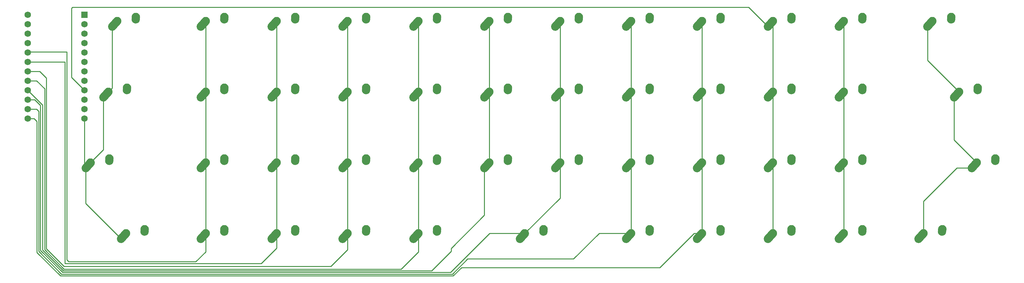
<source format=gtl>
G04 #@! TF.GenerationSoftware,KiCad,Pcbnew,(6.0.7)*
G04 #@! TF.CreationDate,2022-10-02T17:15:59-07:00*
G04 #@! TF.ProjectId,keyboard,6b657962-6f61-4726-942e-6b696361645f,rev?*
G04 #@! TF.SameCoordinates,Original*
G04 #@! TF.FileFunction,Copper,L1,Top*
G04 #@! TF.FilePolarity,Positive*
%FSLAX46Y46*%
G04 Gerber Fmt 4.6, Leading zero omitted, Abs format (unit mm)*
G04 Created by KiCad (PCBNEW (6.0.7)) date 2022-10-02 17:15:59*
%MOMM*%
%LPD*%
G01*
G04 APERTURE LIST*
G04 Aperture macros list*
%AMHorizOval*
0 Thick line with rounded ends*
0 $1 width*
0 $2 $3 position (X,Y) of the first rounded end (center of the circle)*
0 $4 $5 position (X,Y) of the second rounded end (center of the circle)*
0 Add line between two ends*
20,1,$1,$2,$3,$4,$5,0*
0 Add two circle primitives to create the rounded ends*
1,1,$1,$2,$3*
1,1,$1,$4,$5*%
G04 Aperture macros list end*
G04 #@! TA.AperFunction,ComponentPad*
%ADD10HorizOval,2.250000X0.655001X0.730000X-0.655001X-0.730000X0*%
G04 #@! TD*
G04 #@! TA.AperFunction,ComponentPad*
%ADD11C,2.250000*%
G04 #@! TD*
G04 #@! TA.AperFunction,ComponentPad*
%ADD12HorizOval,2.250000X0.020000X0.290000X-0.020000X-0.290000X0*%
G04 #@! TD*
G04 #@! TA.AperFunction,ComponentPad*
%ADD13R,1.752600X1.752600*%
G04 #@! TD*
G04 #@! TA.AperFunction,ComponentPad*
%ADD14C,1.752600*%
G04 #@! TD*
G04 #@! TA.AperFunction,Conductor*
%ADD15C,0.250000*%
G04 #@! TD*
G04 APERTURE END LIST*
D10*
G04 #@! TO.P,K_10,1,COL*
G04 #@! TO.N,col10*
X288393626Y-31456000D03*
D11*
X289048625Y-30726000D03*
D12*
G04 #@! TO.P,K_10,2,ROW*
G04 #@! TO.N,Net-(D_10-Pad2)*
X294068625Y-29936000D03*
D11*
X294088625Y-29646000D03*
G04 #@! TD*
G04 #@! TO.P,K_14,1,COL*
G04 #@! TO.N,col2*
X136648625Y-49776000D03*
D10*
X135993626Y-50506000D03*
D11*
G04 #@! TO.P,K_14,2,ROW*
G04 #@! TO.N,Net-(D_14-Pad2)*
X141688625Y-48696000D03*
D12*
X141668625Y-48986000D03*
G04 #@! TD*
D10*
G04 #@! TO.P,K_42,1,COL*
G04 #@! TO.N,col7*
X231243626Y-88606000D03*
D11*
X231898625Y-87876000D03*
G04 #@! TO.P,K_42,2,ROW*
G04 #@! TO.N,Net-(D_42-Pad2)*
X236938625Y-86796000D03*
D12*
X236918625Y-87086000D03*
G04 #@! TD*
D11*
G04 #@! TO.P,K_30,1,COL*
G04 #@! TO.N,col6*
X212848625Y-68826000D03*
D10*
X212193626Y-69556000D03*
D11*
G04 #@! TO.P,K_30,2,ROW*
G04 #@! TO.N,Net-(D_30-Pad2)*
X217888625Y-67746000D03*
D12*
X217868625Y-68036000D03*
G04 #@! TD*
D11*
G04 #@! TO.P,K_44,1,COL*
G04 #@! TO.N,col9*
X269998625Y-87876000D03*
D10*
X269343626Y-88606000D03*
D12*
G04 #@! TO.P,K_44,2,ROW*
G04 #@! TO.N,Net-(D_44-Pad2)*
X275018625Y-87086000D03*
D11*
X275038625Y-86796000D03*
G04 #@! TD*
D10*
G04 #@! TO.P,K_31,1,COL*
G04 #@! TO.N,col7*
X231243626Y-69556000D03*
D11*
X231898625Y-68826000D03*
D12*
G04 #@! TO.P,K_31,2,ROW*
G04 #@! TO.N,Net-(D_31-Pad2)*
X236918625Y-68036000D03*
D11*
X236938625Y-67746000D03*
G04 #@! TD*
G04 #@! TO.P,K_36,1,COL*
G04 #@! TO.N,col0*
X96167375Y-87876000D03*
D10*
X95512376Y-88606000D03*
D12*
G04 #@! TO.P,K_36,2,ROW*
G04 #@! TO.N,Net-(D_36-Pad2)*
X101187375Y-87086000D03*
D11*
X101207375Y-86796000D03*
G04 #@! TD*
G04 #@! TO.P,K_19,1,COL*
G04 #@! TO.N,col7*
X231898625Y-49776000D03*
D10*
X231243626Y-50506000D03*
D12*
G04 #@! TO.P,K_19,2,ROW*
G04 #@! TO.N,Net-(D_19-Pad2)*
X236918625Y-48986000D03*
D11*
X236938625Y-48696000D03*
G04 #@! TD*
G04 #@! TO.P,K_28,1,COL*
G04 #@! TO.N,col4*
X174748625Y-68826000D03*
D10*
X174093626Y-69556000D03*
D11*
G04 #@! TO.P,K_28,2,ROW*
G04 #@! TO.N,Net-(D_28-Pad2)*
X179788625Y-67746000D03*
D12*
X179768625Y-68036000D03*
G04 #@! TD*
D10*
G04 #@! TO.P,K_16,1,COL*
G04 #@! TO.N,col4*
X174093626Y-50506000D03*
D11*
X174748625Y-49776000D03*
G04 #@! TO.P,K_16,2,ROW*
G04 #@! TO.N,Net-(D_16-Pad2)*
X179788625Y-48696000D03*
D12*
X179768625Y-48986000D03*
G04 #@! TD*
D10*
G04 #@! TO.P,K_45,1,COL*
G04 #@! TO.N,col10*
X288393626Y-88606000D03*
D11*
X289048625Y-87876000D03*
D12*
G04 #@! TO.P,K_45,2,ROW*
G04 #@! TO.N,Net-(D_45-Pad2)*
X294068625Y-87086000D03*
D11*
X294088625Y-86796000D03*
G04 #@! TD*
G04 #@! TO.P,K_4,1,COL*
G04 #@! TO.N,col4*
X174748625Y-30726000D03*
D10*
X174093626Y-31456000D03*
D12*
G04 #@! TO.P,K_4,2,ROW*
G04 #@! TO.N,Net-(D_4-Pad2)*
X179768625Y-29936000D03*
D11*
X179788625Y-29646000D03*
G04 #@! TD*
D10*
G04 #@! TO.P,K_25,1,COL*
G04 #@! TO.N,col1*
X116943626Y-69556000D03*
D11*
X117598625Y-68826000D03*
G04 #@! TO.P,K_25,2,ROW*
G04 #@! TO.N,Net-(D_25-Pad2)*
X122638625Y-67746000D03*
D12*
X122618625Y-68036000D03*
G04 #@! TD*
D10*
G04 #@! TO.P,K_1,1,COL*
G04 #@! TO.N,col1*
X116943626Y-31456000D03*
D11*
X117598625Y-30726000D03*
G04 #@! TO.P,K_1,2,ROW*
G04 #@! TO.N,Net-(D_1-Pad2)*
X122638625Y-29646000D03*
D12*
X122618625Y-29936000D03*
G04 #@! TD*
D10*
G04 #@! TO.P,K_32,1,COL*
G04 #@! TO.N,col8*
X250293626Y-69556000D03*
D11*
X250948625Y-68826000D03*
G04 #@! TO.P,K_32,2,ROW*
G04 #@! TO.N,Net-(D_32-Pad2)*
X255988625Y-67746000D03*
D12*
X255968625Y-68036000D03*
G04 #@! TD*
D11*
G04 #@! TO.P,K_15,1,COL*
G04 #@! TO.N,col3*
X155698625Y-49776000D03*
D10*
X155043626Y-50506000D03*
D12*
G04 #@! TO.P,K_15,2,ROW*
G04 #@! TO.N,Net-(D_15-Pad2)*
X160718625Y-48986000D03*
D11*
X160738625Y-48696000D03*
G04 #@! TD*
D10*
G04 #@! TO.P,K_39,1,COL*
G04 #@! TO.N,col3*
X155043626Y-88606000D03*
D11*
X155698625Y-87876000D03*
D12*
G04 #@! TO.P,K_39,2,ROW*
G04 #@! TO.N,Net-(D_39-Pad2)*
X160718625Y-87086000D03*
D11*
X160738625Y-86796000D03*
G04 #@! TD*
G04 #@! TO.P,K_2,1,COL*
G04 #@! TO.N,col2*
X136648625Y-30726000D03*
D10*
X135993626Y-31456000D03*
D11*
G04 #@! TO.P,K_2,2,ROW*
G04 #@! TO.N,Net-(D_2-Pad2)*
X141688625Y-29646000D03*
D12*
X141668625Y-29936000D03*
G04 #@! TD*
D11*
G04 #@! TO.P,K_3,1,COL*
G04 #@! TO.N,col3*
X155698625Y-30726000D03*
D10*
X155043626Y-31456000D03*
D12*
G04 #@! TO.P,K_3,2,ROW*
G04 #@! TO.N,Net-(D_3-Pad2)*
X160718625Y-29936000D03*
D11*
X160738625Y-29646000D03*
G04 #@! TD*
D10*
G04 #@! TO.P,K_21,1,COL*
G04 #@! TO.N,col9*
X269343626Y-50506000D03*
D11*
X269998625Y-49776000D03*
G04 #@! TO.P,K_21,2,ROW*
G04 #@! TO.N,Net-(D_21-Pad2)*
X275038625Y-48696000D03*
D12*
X275018625Y-48986000D03*
G04 #@! TD*
D10*
G04 #@! TO.P,K_18,1,COL*
G04 #@! TO.N,col6*
X212193626Y-50506000D03*
D11*
X212848625Y-49776000D03*
G04 #@! TO.P,K_18,2,ROW*
G04 #@! TO.N,Net-(D_18-Pad2)*
X217888625Y-48696000D03*
D12*
X217868625Y-48986000D03*
G04 #@! TD*
D11*
G04 #@! TO.P,K_43,1,COL*
G04 #@! TO.N,col8*
X250948625Y-87876000D03*
D10*
X250293626Y-88606000D03*
D12*
G04 #@! TO.P,K_43,2,ROW*
G04 #@! TO.N,Net-(D_43-Pad2)*
X255968625Y-87086000D03*
D11*
X255988625Y-86796000D03*
G04 #@! TD*
D10*
G04 #@! TO.P,K_17,1,COL*
G04 #@! TO.N,col5*
X193143626Y-50506000D03*
D11*
X193798625Y-49776000D03*
G04 #@! TO.P,K_17,2,ROW*
G04 #@! TO.N,Net-(D_17-Pad2)*
X198838625Y-48696000D03*
D12*
X198818625Y-48986000D03*
G04 #@! TD*
D10*
G04 #@! TO.P,K_5,1,COL*
G04 #@! TO.N,col5*
X193143626Y-31456000D03*
D11*
X193798625Y-30726000D03*
D12*
G04 #@! TO.P,K_5,2,ROW*
G04 #@! TO.N,Net-(D_5-Pad2)*
X198818625Y-29936000D03*
D11*
X198838625Y-29646000D03*
G04 #@! TD*
G04 #@! TO.P,K_20,1,COL*
G04 #@! TO.N,col8*
X250948625Y-49776000D03*
D10*
X250293626Y-50506000D03*
D11*
G04 #@! TO.P,K_20,2,ROW*
G04 #@! TO.N,Net-(D_20-Pad2)*
X255988625Y-48696000D03*
D12*
X255968625Y-48986000D03*
G04 #@! TD*
D10*
G04 #@! TO.P,K_8,1,COL*
G04 #@! TO.N,col8*
X250293626Y-31456000D03*
D11*
X250948625Y-30726000D03*
G04 #@! TO.P,K_8,2,ROW*
G04 #@! TO.N,Net-(D_8-Pad2)*
X255988625Y-29646000D03*
D12*
X255968625Y-29936000D03*
G04 #@! TD*
D10*
G04 #@! TO.P,K_7,1,COL*
G04 #@! TO.N,col7*
X231243626Y-31456000D03*
D11*
X231898625Y-30726000D03*
D12*
G04 #@! TO.P,K_7,2,ROW*
G04 #@! TO.N,Net-(D_7-Pad2)*
X236918625Y-29936000D03*
D11*
X236938625Y-29646000D03*
G04 #@! TD*
D10*
G04 #@! TO.P,K_12,1,COL*
G04 #@! TO.N,col0*
X90749876Y-50506000D03*
D11*
X91404875Y-49776000D03*
G04 #@! TO.P,K_12,2,ROW*
G04 #@! TO.N,Net-(D_12-Pad2)*
X96444875Y-48696000D03*
D12*
X96424875Y-48986000D03*
G04 #@! TD*
D11*
G04 #@! TO.P,K_23,1,COL*
G04 #@! TO.N,col11*
X320004875Y-49776000D03*
D10*
X319349876Y-50506000D03*
D11*
G04 #@! TO.P,K_23,2,ROW*
G04 #@! TO.N,Net-(D_23-Pad2)*
X325044875Y-48696000D03*
D12*
X325024875Y-48986000D03*
G04 #@! TD*
D11*
G04 #@! TO.P,K_33,1,COL*
G04 #@! TO.N,col9*
X269998625Y-68826000D03*
D10*
X269343626Y-69556000D03*
D12*
G04 #@! TO.P,K_33,2,ROW*
G04 #@! TO.N,Net-(D_33-Pad2)*
X275018625Y-68036000D03*
D11*
X275038625Y-67746000D03*
G04 #@! TD*
G04 #@! TO.P,K_29,1,COL*
G04 #@! TO.N,col5*
X193798625Y-68826000D03*
D10*
X193143626Y-69556000D03*
D12*
G04 #@! TO.P,K_29,2,ROW*
G04 #@! TO.N,Net-(D_29-Pad2)*
X198818625Y-68036000D03*
D11*
X198838625Y-67746000D03*
G04 #@! TD*
G04 #@! TO.P,K_0,1,COL*
G04 #@! TO.N,col0*
X93786125Y-30726000D03*
D10*
X93131126Y-31456000D03*
D12*
G04 #@! TO.P,K_0,2,ROW*
G04 #@! TO.N,Net-(D_0-Pad2)*
X98806125Y-29936000D03*
D11*
X98826125Y-29646000D03*
G04 #@! TD*
D10*
G04 #@! TO.P,K_24,1,COL*
G04 #@! TO.N,col0*
X85987376Y-69556000D03*
D11*
X86642375Y-68826000D03*
G04 #@! TO.P,K_24,2,ROW*
G04 #@! TO.N,Net-(D_24-Pad2)*
X91682375Y-67746000D03*
D12*
X91662375Y-68036000D03*
G04 #@! TD*
D11*
G04 #@! TO.P,K_37,1,COL*
G04 #@! TO.N,col1*
X117598625Y-87876000D03*
D10*
X116943626Y-88606000D03*
D12*
G04 #@! TO.P,K_37,2,ROW*
G04 #@! TO.N,Net-(D_37-Pad2)*
X122618625Y-87086000D03*
D11*
X122638625Y-86796000D03*
G04 #@! TD*
D10*
G04 #@! TO.P,K_41,1,COL*
G04 #@! TO.N,col6*
X202668626Y-88606000D03*
D11*
X203323625Y-87876000D03*
G04 #@! TO.P,K_41,2,ROW*
G04 #@! TO.N,Net-(D_41-Pad2)*
X208363625Y-86796000D03*
D12*
X208343625Y-87086000D03*
G04 #@! TD*
D10*
G04 #@! TO.P,K_9,1,COL*
G04 #@! TO.N,col9*
X269343626Y-31456000D03*
D11*
X269998625Y-30726000D03*
G04 #@! TO.P,K_9,2,ROW*
G04 #@! TO.N,Net-(D_9-Pad2)*
X275038625Y-29646000D03*
D12*
X275018625Y-29936000D03*
G04 #@! TD*
D11*
G04 #@! TO.P,K_46,1,COL*
G04 #@! TO.N,col11*
X310479875Y-87876000D03*
D10*
X309824876Y-88606000D03*
D11*
G04 #@! TO.P,K_46,2,ROW*
G04 #@! TO.N,Net-(D_46-Pad2)*
X315519875Y-86796000D03*
D12*
X315499875Y-87086000D03*
G04 #@! TD*
D10*
G04 #@! TO.P,K_27,1,COL*
G04 #@! TO.N,col3*
X155043626Y-69556000D03*
D11*
X155698625Y-68826000D03*
D12*
G04 #@! TO.P,K_27,2,ROW*
G04 #@! TO.N,Net-(D_27-Pad2)*
X160718625Y-68036000D03*
D11*
X160738625Y-67746000D03*
G04 #@! TD*
G04 #@! TO.P,K_22,1,COL*
G04 #@! TO.N,col10*
X289048625Y-49776000D03*
D10*
X288393626Y-50506000D03*
D11*
G04 #@! TO.P,K_22,2,ROW*
G04 #@! TO.N,Net-(D_22-Pad2)*
X294088625Y-48696000D03*
D12*
X294068625Y-48986000D03*
G04 #@! TD*
D10*
G04 #@! TO.P,K_26,1,COL*
G04 #@! TO.N,col2*
X135993626Y-69556000D03*
D11*
X136648625Y-68826000D03*
G04 #@! TO.P,K_26,2,ROW*
G04 #@! TO.N,Net-(D_26-Pad2)*
X141688625Y-67746000D03*
D12*
X141668625Y-68036000D03*
G04 #@! TD*
D11*
G04 #@! TO.P,K_40,1,COL*
G04 #@! TO.N,col4*
X174748625Y-87876000D03*
D10*
X174093626Y-88606000D03*
D12*
G04 #@! TO.P,K_40,2,ROW*
G04 #@! TO.N,Net-(D_40-Pad2)*
X179768625Y-87086000D03*
D11*
X179788625Y-86796000D03*
G04 #@! TD*
G04 #@! TO.P,K_38,1,COL*
G04 #@! TO.N,col2*
X136648625Y-87876000D03*
D10*
X135993626Y-88606000D03*
D11*
G04 #@! TO.P,K_38,2,ROW*
G04 #@! TO.N,Net-(D_38-Pad2)*
X141688625Y-86796000D03*
D12*
X141668625Y-87086000D03*
G04 #@! TD*
D10*
G04 #@! TO.P,K_35,1,COL*
G04 #@! TO.N,col11*
X324112376Y-69556000D03*
D11*
X324767375Y-68826000D03*
G04 #@! TO.P,K_35,2,ROW*
G04 #@! TO.N,Net-(D_35-Pad2)*
X329807375Y-67746000D03*
D12*
X329787375Y-68036000D03*
G04 #@! TD*
D11*
G04 #@! TO.P,K_34,1,COL*
G04 #@! TO.N,col10*
X289048625Y-68826000D03*
D10*
X288393626Y-69556000D03*
D12*
G04 #@! TO.P,K_34,2,ROW*
G04 #@! TO.N,Net-(D_34-Pad2)*
X294068625Y-68036000D03*
D11*
X294088625Y-67746000D03*
G04 #@! TD*
D10*
G04 #@! TO.P,K_13,1,COL*
G04 #@! TO.N,col1*
X116943626Y-50506000D03*
D11*
X117598625Y-49776000D03*
G04 #@! TO.P,K_13,2,ROW*
G04 #@! TO.N,Net-(D_13-Pad2)*
X122638625Y-48696000D03*
D12*
X122618625Y-48986000D03*
G04 #@! TD*
D11*
G04 #@! TO.P,K_11,1,COL*
G04 #@! TO.N,col11*
X312861125Y-30726000D03*
D10*
X312206126Y-31456000D03*
D12*
G04 #@! TO.P,K_11,2,ROW*
G04 #@! TO.N,Net-(D_11-Pad2)*
X317881125Y-29936000D03*
D11*
X317901125Y-29646000D03*
G04 #@! TD*
G04 #@! TO.P,K_6,1,COL*
G04 #@! TO.N,col6*
X212848625Y-30726000D03*
D10*
X212193626Y-31456000D03*
D11*
G04 #@! TO.P,K_6,2,ROW*
G04 #@! TO.N,Net-(D_6-Pad2)*
X217888625Y-29646000D03*
D12*
X217868625Y-29936000D03*
G04 #@! TD*
D13*
G04 #@! TO.P,U1,1,TX0/PD3*
G04 #@! TO.N,col11*
X84983125Y-29011000D03*
D14*
G04 #@! TO.P,U1,2,RX1/PD2*
G04 #@! TO.N,col10*
X84983125Y-31551000D03*
G04 #@! TO.P,U1,3,GND*
G04 #@! TO.N,GND*
X84983125Y-34091000D03*
G04 #@! TO.P,U1,4,GND*
X84983125Y-36631000D03*
G04 #@! TO.P,U1,5,2/PD1*
G04 #@! TO.N,row0*
X84983125Y-39171000D03*
G04 #@! TO.P,U1,6,3/PD0*
G04 #@! TO.N,row1*
X84983125Y-41711000D03*
G04 #@! TO.P,U1,7,4/PD4*
G04 #@! TO.N,row2*
X84983125Y-44251000D03*
G04 #@! TO.P,U1,8,5/PC6*
G04 #@! TO.N,row3*
X84983125Y-46791000D03*
G04 #@! TO.P,U1,9,6/PD7*
G04 #@! TO.N,col9*
X84983125Y-49331000D03*
G04 #@! TO.P,U1,10,7/PE6*
G04 #@! TO.N,unconnected-(U1-Pad10)*
X84983125Y-51871000D03*
G04 #@! TO.P,U1,11,8/PB4*
G04 #@! TO.N,unconnected-(U1-Pad11)*
X84983125Y-54411000D03*
G04 #@! TO.P,U1,12,9/PB5*
G04 #@! TO.N,col0*
X84983125Y-56951000D03*
G04 #@! TO.P,U1,13,10/PB6*
G04 #@! TO.N,col8*
X69743125Y-56951000D03*
G04 #@! TO.P,U1,14,16/PB2*
G04 #@! TO.N,col7*
X69743125Y-54411000D03*
G04 #@! TO.P,U1,15,14/PB3*
G04 #@! TO.N,col6*
X69743125Y-51871000D03*
G04 #@! TO.P,U1,16,15/PB1*
G04 #@! TO.N,col5*
X69743125Y-49331000D03*
G04 #@! TO.P,U1,17,A0/PF7*
G04 #@! TO.N,col4*
X69743125Y-46791000D03*
G04 #@! TO.P,U1,18,A1/PF6*
G04 #@! TO.N,col3*
X69743125Y-44251000D03*
G04 #@! TO.P,U1,19,A2/PF5*
G04 #@! TO.N,col2*
X69743125Y-41711000D03*
G04 #@! TO.P,U1,20,A3/PF4*
G04 #@! TO.N,col1*
X69743125Y-39171000D03*
G04 #@! TO.P,U1,21,VCC*
G04 #@! TO.N,unconnected-(U1-Pad21)*
X69743125Y-36631000D03*
G04 #@! TO.P,U1,22,RST*
G04 #@! TO.N,unconnected-(U1-Pad22)*
X69743125Y-34091000D03*
G04 #@! TO.P,U1,23,GND*
G04 #@! TO.N,GND*
X69743125Y-31551000D03*
G04 #@! TO.P,U1,24,RAW*
G04 #@! TO.N,unconnected-(U1-Pad24)*
X69743125Y-29011000D03*
G04 #@! TD*
D15*
G04 #@! TO.N,col0*
X84983125Y-56951000D02*
X84983125Y-69936750D01*
X85332375Y-79811000D02*
X85332375Y-70286000D01*
X92476125Y-48704750D02*
X91404875Y-49776000D01*
X92476125Y-32186000D02*
X92476125Y-48704750D01*
X90094875Y-51236000D02*
X90094875Y-65373500D01*
X84983125Y-69936750D02*
X85332375Y-70286000D01*
X94857375Y-89336000D02*
X85332375Y-79811000D01*
X90094875Y-65373500D02*
X86642375Y-68826000D01*
G04 #@! TO.N,col1*
X117598625Y-92831536D02*
X114930161Y-95500000D01*
X80230000Y-39020000D02*
X80250000Y-39000000D01*
X80230000Y-94980000D02*
X80230000Y-39020000D01*
X80250000Y-39000000D02*
X69914125Y-39000000D01*
X80750000Y-95500000D02*
X80230000Y-94980000D01*
X117598625Y-87876000D02*
X117598625Y-92831536D01*
X117598625Y-49776000D02*
X117598625Y-68826000D01*
X114930161Y-95500000D02*
X80750000Y-95500000D01*
X69914125Y-39000000D02*
X69743125Y-39171000D01*
X117598625Y-30726000D02*
X117598625Y-49776000D01*
X117598625Y-87876000D02*
X117598625Y-68826000D01*
G04 #@! TO.N,col2*
X136648625Y-91851375D02*
X132500000Y-96000000D01*
X132500000Y-96000000D02*
X79750000Y-96000000D01*
X136648625Y-87876000D02*
X136648625Y-68826000D01*
X136648625Y-49776000D02*
X136648625Y-30726000D01*
X79750000Y-96000000D02*
X79750000Y-41750000D01*
X136648625Y-87876000D02*
X136648625Y-91851375D01*
X79711000Y-41711000D02*
X69743125Y-41711000D01*
X136648625Y-68826000D02*
X136648625Y-49776000D01*
X79750000Y-41750000D02*
X79711000Y-41711000D01*
G04 #@! TO.N,col3*
X155698625Y-87876000D02*
X155698625Y-92301375D01*
X155698625Y-49776000D02*
X155698625Y-30726000D01*
X155698625Y-92301375D02*
X151250000Y-96750000D01*
X74750000Y-46002000D02*
X72999000Y-44251000D01*
X151250000Y-96750000D02*
X79500000Y-96750000D01*
X72999000Y-44251000D02*
X69743125Y-44251000D01*
X155698625Y-87876000D02*
X155698625Y-68826000D01*
X74750000Y-92000000D02*
X74750000Y-46002000D01*
X79500000Y-96750000D02*
X74750000Y-92000000D01*
X155698625Y-68826000D02*
X155698625Y-49776000D01*
G04 #@! TO.N,col4*
X170080161Y-97500000D02*
X79500000Y-97500000D01*
X72153000Y-46791000D02*
X69743125Y-46791000D01*
X174748625Y-87876000D02*
X174748625Y-68826000D01*
X79500000Y-97500000D02*
X74300000Y-92300000D01*
X74300000Y-48938000D02*
X72153000Y-46791000D01*
X174748625Y-68826000D02*
X174748625Y-49776000D01*
X174748625Y-92831536D02*
X170080161Y-97500000D01*
X174748625Y-87876000D02*
X174748625Y-92831536D01*
X174748625Y-30726000D02*
X174748625Y-49776000D01*
X74300000Y-92300000D02*
X74300000Y-48938000D01*
G04 #@! TO.N,col5*
X193798625Y-30726000D02*
X193798625Y-49776000D01*
X73750000Y-92386396D02*
X73750000Y-53337875D01*
X178300000Y-97950000D02*
X79313604Y-97950000D01*
X79313604Y-97950000D02*
X73750000Y-92386396D01*
X73750000Y-53337875D02*
X69743125Y-49331000D01*
X183578626Y-91901998D02*
X183578626Y-92671374D01*
X192488625Y-82991999D02*
X183578626Y-91901998D01*
X192488625Y-70286000D02*
X192488625Y-82991999D01*
X193798625Y-68826000D02*
X193798625Y-49776000D01*
X183578626Y-92671374D02*
X178300000Y-97950000D01*
G04 #@! TO.N,col6*
X183350000Y-98400000D02*
X79127208Y-98400000D01*
X212848625Y-78351000D02*
X212848625Y-68826000D01*
X193874000Y-87876000D02*
X183350000Y-98400000D01*
X79127208Y-98400000D02*
X73137864Y-92410656D01*
X212848625Y-78351000D02*
X203323625Y-87876000D01*
X71646729Y-51871000D02*
X69743125Y-51871000D01*
X212848625Y-49776000D02*
X212848625Y-30726000D01*
X73137864Y-53362135D02*
X71646729Y-51871000D01*
X212848625Y-68826000D02*
X212848625Y-49776000D01*
X203323625Y-87876000D02*
X193874000Y-87876000D01*
X73137864Y-92410656D02*
X73137864Y-53362135D01*
G04 #@! TO.N,col7*
X231898625Y-30726000D02*
X231898625Y-49776000D01*
X183900000Y-98850000D02*
X78850000Y-98850000D01*
X223316362Y-87876000D02*
X216442362Y-94750000D01*
X231898625Y-87876000D02*
X223316362Y-87876000D01*
X72687864Y-92687864D02*
X72687864Y-55000000D01*
X78850000Y-98850000D02*
X72687864Y-92687864D01*
X231898625Y-49776000D02*
X231898625Y-68826000D01*
X72687864Y-55000000D02*
X72098864Y-54411000D01*
X231898625Y-87876000D02*
X231898625Y-68826000D01*
X216442362Y-94750000D02*
X188000000Y-94750000D01*
X72098864Y-54411000D02*
X69743125Y-54411000D01*
X188000000Y-94750000D02*
X183900000Y-98850000D01*
G04 #@! TO.N,col8*
X78550000Y-99300000D02*
X72237864Y-92987864D01*
X186318198Y-97068198D02*
X184086396Y-99300000D01*
X250948625Y-49776000D02*
X250948625Y-30726000D01*
X71438864Y-56951000D02*
X69743125Y-56951000D01*
X72237864Y-57750000D02*
X71438864Y-56951000D01*
X250948625Y-87876000D02*
X248833089Y-87876000D01*
X248833089Y-87876000D02*
X239640891Y-97068198D01*
X239640891Y-97068198D02*
X186318198Y-97068198D01*
X250948625Y-68826000D02*
X250948625Y-49776000D01*
X72237864Y-92987864D02*
X72237864Y-57750000D01*
X250948625Y-87876000D02*
X250948625Y-68826000D01*
X184086396Y-99300000D02*
X78550000Y-99300000D01*
G04 #@! TO.N,col9*
X269998625Y-68826000D02*
X269998625Y-87876000D01*
X263502625Y-27000000D02*
X81750000Y-27000000D01*
X81500000Y-27250000D02*
X81500000Y-45847875D01*
X81500000Y-45847875D02*
X84983125Y-49331000D01*
X269998625Y-49776000D02*
X269998625Y-68826000D01*
X81750000Y-27000000D02*
X81500000Y-27250000D01*
X269998625Y-30726000D02*
X269998625Y-49776000D01*
X268688625Y-32186000D02*
X263502625Y-27000000D01*
G04 #@! TO.N,col10*
X289048625Y-68826000D02*
X289048625Y-49776000D01*
X289048625Y-49776000D02*
X289048625Y-30726000D01*
X289048625Y-87876000D02*
X289048625Y-68826000D01*
G04 #@! TO.N,col11*
X318694875Y-62753500D02*
X318694875Y-51236000D01*
X310479875Y-87876000D02*
X310479875Y-79230237D01*
X319424112Y-70286000D02*
X323457375Y-70286000D01*
X311551125Y-41322250D02*
X311551125Y-32186000D01*
X310479875Y-79230237D02*
X319424112Y-70286000D01*
X324767375Y-68826000D02*
X318694875Y-62753500D01*
X320004875Y-49776000D02*
X311551125Y-41322250D01*
G04 #@! TD*
M02*

</source>
